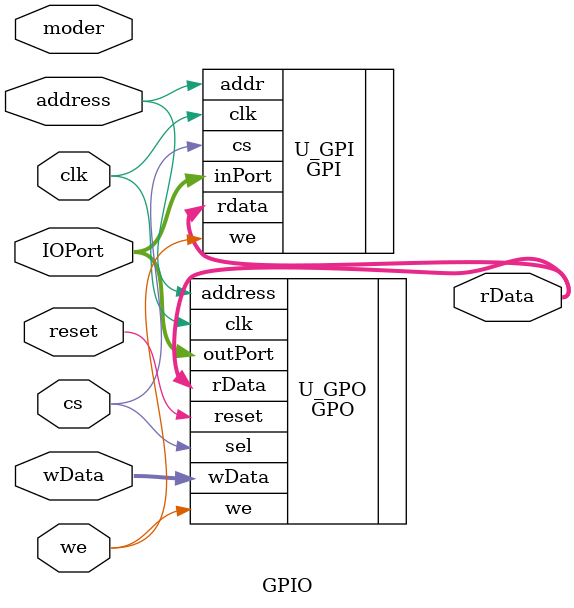
<source format=v>
`timescale 1ns / 1ps

module GPIO (
    input clk,
    input reset,
    input address,
    input moder,
    input cs,
    input we,
    input [31:0] wData,
    output [31:0] rData,
    inout [3:0] IOPort
);



    GPO U_GPO (
        .clk    (clk),
        .reset  (reset),
        .sel    (cs),
        .we     (we),
        .address(address),
        .wData  (wData),
        .rData  (rData),
        .outPort(IOPort)
    );


    GPI U_GPI (
        .clk   (clk),
        .addr  (address),
        .cs    (cs),
        .we    (we),
        .inPort(IOPort),
        .rdata (rData)
    );

endmodule

</source>
